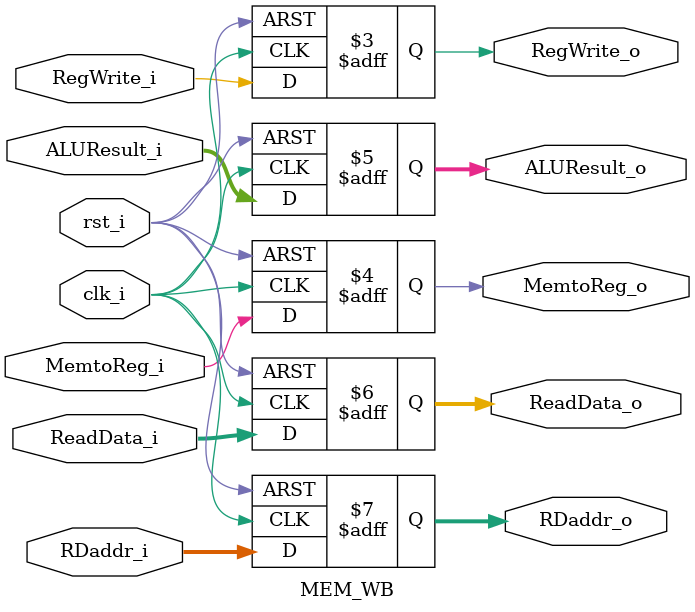
<source format=v>
module MEM_WB (
    input clk_i,
    input rst_i,
    input RegWrite_i,
    input MemtoReg_i,
    input [31:0] ALUResult_i,
    input [31:0] ReadData_i,
    input [4:0] RDaddr_i,
    output reg RegWrite_o,
    output reg MemtoReg_o,
    output reg [31:0] ALUResult_o,
    output reg [31:0] ReadData_o,
    output reg [4:0] RDaddr_o
);
    always @(posedge clk_i or negedge rst_i) begin
        if (~rst_i) begin
            RegWrite_o <= 1'b0;
            MemtoReg_o <= 1'b0;
            ALUResult_o <= 32'b0;
            ReadData_o <= 32'b0;
            RDaddr_o <= 5'b0;
        end
        else begin
            RegWrite_o <= RegWrite_i;
            MemtoReg_o <= MemtoReg_i;
            ALUResult_o <= ALUResult_i;
            ReadData_o <= ReadData_i;
            RDaddr_o <= RDaddr_i;            
        end
    end
endmodule
</source>
